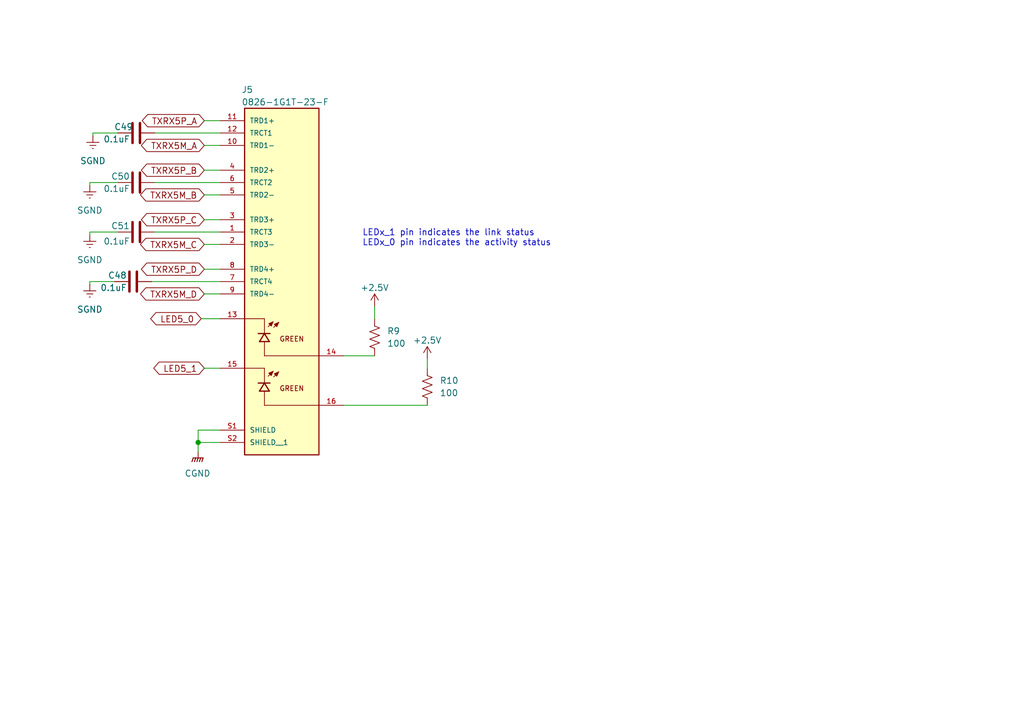
<source format=kicad_sch>
(kicad_sch (version 20250114) (generator "eeschema") (generator_version "9.0")
  (paper "A5")
  (lib_symbols
    (symbol "Device:C" (pin_numbers (hide yes)) (pin_names (offset 0.254))
      (property "Reference" "C" (at 0.635 2.54 0))
      (property "Value" "C" (at 0.635 -2.54 0))
      (symbol "C_0_1"
        (polyline (pts (xy -2.032 0.762) (xy 2.032 0.762)) (stroke (width 0.508)))
        (polyline (pts (xy -2.032 -0.762) (xy 2.032 -0.762)) (stroke (width 0.508)))
      )
      (symbol "C_1_1"
        (pin passive line (at 0 3.81 270) (length 2.794) (name "~") (number "1"))
        (pin passive line (at 0 -3.81 90) (length 2.794) (name "~") (number "2"))
      )
    )
    (symbol "Device:R_US" (pin_numbers (hide yes)) (pin_names (offset 0))
      (property "Reference" "R" (at 2.54 0 90))
      (property "Value" "R_US" (at -2.54 0 90))
      (symbol "R_US_0_1"
        (polyline (pts (xy 0 2.286) (xy 0 2.54)))
        (polyline (pts (xy 0 2.286) (xy 1.016 1.905) (xy 0 1.524) (xy -1.016 1.143) (xy 0 0.762)))
        (polyline (pts (xy 0 0.762) (xy 1.016 0.381) (xy 0 0) (xy -1.016 -0.381) (xy 0 -0.762)))
        (polyline (pts (xy 0 -0.762) (xy 1.016 -1.143) (xy 0 -1.524) (xy -1.016 -1.905) (xy 0 -2.286)))
        (polyline (pts (xy 0 -2.286) (xy 0 -2.54)))
      )
      (symbol "R_US_1_1"
        (pin passive line (at 0 3.81 270) (length 1.27) (name "~") (number "1"))
        (pin passive line (at 0 -3.81 90) (length 1.27) (name "~") (number "2"))
      )
    )
    (symbol "SCALES:0826-1G1T-23-F" (pin_names (offset 1.016))
      (property "Reference" "J" (at -7.62 34.29 0))
      (property "Value" "0826-1G1T-23-F" (at -7.62 -39.37 0))
      (symbol "0826-1G1T-23-F_0_0"
        (rectangle (start -7.62 33.02) (end 7.62 -38.1) (stroke (width 0.254)) (fill (type background)))
        (polyline (pts (xy -3.556 -10.16) (xy -7.62 -10.16)) (stroke (width 0.1524)))
        (polyline (pts (xy -3.556 -13.081) (xy -3.556 -10.16)) (stroke (width 0.1524)))
        (polyline (pts (xy -3.556 -13.208) (xy -4.826 -13.208)) (stroke (width 0.254)))
        (polyline (pts (xy -3.556 -13.208) (xy -4.572 -14.859)) (stroke (width 0.254)))
        (polyline (pts (xy -3.556 -17.78) (xy -3.556 -14.986)) (stroke (width 0.1524)))
        (polyline (pts (xy -3.556 -17.78) (xy 7.62 -17.78)) (stroke (width 0.1524)))
        (polyline (pts (xy -3.556 -20.32) (xy -7.62 -20.32)) (stroke (width 0.1524)))
        (polyline (pts (xy -3.556 -23.241) (xy -3.556 -20.32)) (stroke (width 0.1524)))
        (polyline (pts (xy -3.556 -23.368) (xy -4.826 -23.368)) (stroke (width 0.254)))
        (polyline (pts (xy -3.556 -23.368) (xy -4.572 -25.019)) (stroke (width 0.254)))
        (polyline (pts (xy -3.556 -27.94) (xy -3.556 -25.146)) (stroke (width 0.1524)))
        (polyline (pts (xy -3.556 -27.94) (xy 7.62 -27.94)) (stroke (width 0.1524)))
        (polyline (pts (xy -2.794 -11.811) (xy -1.778 -10.795)) (stroke (width 0.1524)))
        (polyline (pts (xy -2.794 -21.971) (xy -1.778 -20.955)) (stroke (width 0.1524)))
        (polyline (pts (xy -2.54 -14.859) (xy -4.572 -14.859)) (stroke (width 0.254)))
        (polyline (pts (xy -2.54 -14.859) (xy -3.556 -13.208)) (stroke (width 0.254)))
        (polyline (pts (xy -2.54 -25.019) (xy -4.572 -25.019)) (stroke (width 0.254)))
        (polyline (pts (xy -2.54 -25.019) (xy -3.556 -23.368)) (stroke (width 0.254)))
        (polyline (pts (xy -2.413 -13.208) (xy -3.556 -13.208)) (stroke (width 0.254)))
        (polyline (pts (xy -2.413 -23.368) (xy -3.556 -23.368)) (stroke (width 0.254)))
        (polyline (pts (xy -1.778 -10.795) (xy -2.667 -11.176) (xy -2.159 -11.684) (xy -1.778 -10.795)) (stroke (width 0.1524)) (fill (type outline)))
        (polyline (pts (xy -1.778 -20.955) (xy -2.667 -21.336) (xy -2.159 -21.844) (xy -1.778 -20.955)) (stroke (width 0.1524)) (fill (type outline)))
        (polyline (pts (xy -1.651 -11.938) (xy -0.635 -10.922)) (stroke (width 0.1524)))
        (polyline (pts (xy -1.651 -22.098) (xy -0.635 -21.082)) (stroke (width 0.1524)))
        (polyline (pts (xy -0.635 -10.922) (xy -1.524 -11.303) (xy -1.016 -11.811) (xy -0.635 -10.922)) (stroke (width 0.1524)) (fill (type outline)))
        (polyline (pts (xy -0.635 -21.082) (xy -1.524 -21.463) (xy -1.016 -21.971) (xy -0.635 -21.082)) (stroke (width 0.1524)) (fill (type outline)))
        (text "GREEN" (at -0.508 -13.716 0) (effects (font (size 1.016 1.016)) (justify left top)))
        (text "GREEN" (at -0.508 -23.876 0) (effects (font (size 1.016 1.016)) (justify left top)))
        (pin passive line (at -12.7 30.48 0) (length 5.08) (name "TRD1+") (number "11"))
        (pin passive line (at -12.7 27.94 0) (length 5.08) (name "TRCT1") (number "12"))
        (pin passive line (at -12.7 25.4 0) (length 5.08) (name "TRD1-") (number "10"))
        (pin passive line (at -12.7 20.32 0) (length 5.08) (name "TRD2+") (number "4"))
        (pin passive line (at -12.7 17.78 0) (length 5.08) (name "TRCT2") (number "6"))
        (pin passive line (at -12.7 15.24 0) (length 5.08) (name "TRD2-") (number "5"))
        (pin passive line (at -12.7 10.16 0) (length 5.08) (name "TRD3+") (number "3"))
        (pin passive line (at -12.7 7.62 0) (length 5.08) (name "TRCT3") (number "1"))
        (pin passive line (at -12.7 5.08 0) (length 5.08) (name "TRD3-") (number "2"))
        (pin passive line (at -12.7 0 0) (length 5.08) (name "TRD4+") (number "8"))
        (pin passive line (at -12.7 -2.54 0) (length 5.08) (name "TRCT4") (number "7"))
        (pin passive line (at -12.7 -5.08 0) (length 5.08) (name "TRD4-") (number "9"))
        (pin passive line (at -12.7 -10.16 0) (length 5.08) (name "~") (number "13"))
        (pin passive line (at -12.7 -20.32 0) (length 5.08) (name "~") (number "15"))
        (pin passive line (at -12.7 -33.02 0) (length 5.08) (name "SHIELD") (number "S1"))
        (pin passive line (at -12.7 -35.56 0) (length 5.08) (name "SHIELD__1") (number "S2"))
        (pin passive line (at 12.7 -17.78 180) (length 5.08) (name "~") (number "14"))
        (pin passive line (at 12.7 -27.94 180) (length 5.08) (name "~") (number "16"))
      )
    )
    (symbol "power:+2V5" (power) (pin_numbers (hide yes)) (pin_names (offset 0) (hide yes))
      (property "Value" "+2V5" (at 0 3.556 0))
      (symbol "+2V5_0_1"
        (polyline (pts (xy -0.762 1.27) (xy 0 2.54)))
        (polyline (pts (xy 0 2.54) (xy 0.762 1.27)))
        (polyline (pts (xy 0 0) (xy 0 2.54)))
      )
      (symbol "+2V5_1_1"
        (pin power_in line (at 0 0 90) (length 0) (name "~") (number "1"))
      )
    )
    (symbol "power:GNDPWR" (power) (pin_numbers (hide yes)) (pin_names (offset 0) (hide yes))
      (property "Value" "GNDPWR" (at 0 -3.302 0))
      (symbol "GNDPWR_0_1"
        (polyline (pts (xy -1.016 -1.27) (xy -1.27 -2.032) (xy -1.27 -2.032)) (stroke (width 0.2032)))
        (polyline (pts (xy -0.508 -1.27) (xy -0.762 -2.032) (xy -0.762 -2.032)) (stroke (width 0.2032)))
        (polyline (pts (xy 0 -1.27) (xy 0 0)))
        (polyline (pts (xy 0 -1.27) (xy -0.254 -2.032) (xy -0.254 -2.032)) (stroke (width 0.2032)))
        (polyline (pts (xy 0.508 -1.27) (xy 0.254 -2.032) (xy 0.254 -2.032)) (stroke (width 0.2032)))
        (polyline (pts (xy 1.016 -1.27) (xy -1.016 -1.27) (xy -1.016 -1.27)) (stroke (width 0.2032)))
        (polyline (pts (xy 1.016 -1.27) (xy 0.762 -2.032) (xy 0.762 -2.032) (xy 0.762 -2.032)) (stroke (width 0.2032)))
      )
      (symbol "GNDPWR_1_1"
        (pin power_in line (at 0 0 270) (length 0) (name "~") (number "1"))
      )
    )
    (symbol "power:GNDREF" (power) (pin_numbers (hide yes)) (pin_names (offset 0) (hide yes))
      (property "Value" "GNDREF" (at 0 -3.81 0))
      (symbol "GNDREF_0_1"
        (polyline (pts (xy -0.635 -1.905) (xy 0.635 -1.905)))
        (polyline (pts (xy -0.127 -2.54) (xy 0.127 -2.54)))
        (polyline (pts (xy 0 -1.27) (xy 0 0)))
        (polyline (pts (xy 1.27 -1.27) (xy -1.27 -1.27)))
      )
      (symbol "GNDREF_1_1"
        (pin power_in line (at 0 0 270) (length 0) (name "~") (number "1"))
      )
    )
  )
  (text "LEDx_1 pin indicates the link status\nLEDx_0 pin indicates the activity status" (at 74.295 48.895 0) (effects (font (size 1.27 1.27)) (justify left)))
  (junction (at 40.64 90.805))
  (wire (pts (xy 70.485 83.185) (xy 87.63 83.185)))
  (wire (pts (xy 41.91 29.845) (xy 45.085 29.845)))
  (wire (pts (xy 70.485 73.025) (xy 76.835 73.025)))
  (wire (pts (xy 31.115 57.785) (xy 45.085 57.785)))
  (wire (pts (xy 41.91 75.565) (xy 45.085 75.565)))
  (wire (pts (xy 18.415 58.42) (xy 18.415 57.785)))
  (wire (pts (xy 41.91 34.925) (xy 45.085 34.925)))
  (wire (pts (xy 40.64 90.805) (xy 40.64 92.71)))
  (wire (pts (xy 41.91 55.245) (xy 45.085 55.245)))
  (wire (pts (xy 41.91 40.005) (xy 45.085 40.005)))
  (wire (pts (xy 31.75 47.625) (xy 45.085 47.625)))
  (wire (pts (xy 18.415 47.625) (xy 18.415 48.26)))
  (wire (pts (xy 24.13 47.625) (xy 18.415 47.625)))
  (wire (pts (xy 41.275 65.405) (xy 45.085 65.405)))
  (wire (pts (xy 45.085 88.265) (xy 40.64 88.265)))
  (wire (pts (xy 41.91 60.325) (xy 45.085 60.325)))
  (wire (pts (xy 41.91 24.765) (xy 45.085 24.765)))
  (wire (pts (xy 18.415 38.1) (xy 18.415 37.465)))
  (wire (pts (xy 18.415 37.465) (xy 24.13 37.465)))
  (wire (pts (xy 31.75 27.305) (xy 45.085 27.305)))
  (wire (pts (xy 41.91 45.085) (xy 45.085 45.085)))
  (wire (pts (xy 76.835 62.865) (xy 76.835 65.405)))
  (wire (pts (xy 19.05 27.305) (xy 24.13 27.305)))
  (wire (pts (xy 41.91 50.165) (xy 45.085 50.165)))
  (wire (pts (xy 18.415 57.785) (xy 23.495 57.785)))
  (wire (pts (xy 40.64 88.265) (xy 40.64 90.805)))
  (wire (pts (xy 31.75 37.465) (xy 45.085 37.465)))
  (wire (pts (xy 87.63 73.66) (xy 87.63 75.565)))
  (wire (pts (xy 19.05 27.94) (xy 19.05 27.305)))
  (wire (pts (xy 40.64 90.805) (xy 45.085 90.805)))
  (global_label "TXRX5M_C" (shape bidirectional) (at 41.91 50.165 180) (property "Intersheetrefs" "${INTERSHEET_REFS}" (effects (hide yes))))
  (global_label "TXRX5P_C" (shape bidirectional) (at 41.91 45.085 180) (property "Intersheetrefs" "${INTERSHEET_REFS}" (effects (hide yes))))
  (global_label "TXRX5P_A" (shape bidirectional) (at 41.91 24.765 180) (property "Intersheetrefs" "${INTERSHEET_REFS}" (effects (hide yes))))
  (global_label "LED5_1" (shape bidirectional) (at 41.91 75.565 180) (property "Intersheetrefs" "${INTERSHEET_REFS}" (effects (hide yes))))
  (global_label "TXRX5M_B" (shape bidirectional) (at 41.91 40.005 180) (property "Intersheetrefs" "${INTERSHEET_REFS}" (effects (hide yes))))
  (global_label "TXRX5P_B" (shape bidirectional) (at 41.91 34.925 180) (property "Intersheetrefs" "${INTERSHEET_REFS}" (effects (hide yes))))
  (global_label "TXRX5P_D" (shape bidirectional) (at 41.91 55.245 180) (property "Intersheetrefs" "${INTERSHEET_REFS}" (effects (hide yes))))
  (global_label "TXRX5M_A" (shape bidirectional) (at 41.91 29.845 180) (property "Intersheetrefs" "${INTERSHEET_REFS}" (effects (hide yes))))
  (global_label "LED5_0" (shape bidirectional) (at 41.275 65.405 180) (property "Intersheetrefs" "${INTERSHEET_REFS}" (effects (hide yes))))
  (global_label "TXRX5M_D" (shape bidirectional) (at 41.91 60.325 180) (property "Intersheetrefs" "${INTERSHEET_REFS}" (effects (hide yes))))
  (symbol (lib_id "power:+2V5") (at 76.835 62.865 0) (unit 1)
    (property "Reference" "#PWR043" (effects (hide yes)))
    (property "Value" "+2.5V" (at 76.835 59.055 0))
    (property "Description" "Power symbol creates a global label with name \"+2V5\"" (effects (hide yes)))
  )
  (symbol (lib_id "Device:C") (at 27.94 47.625 90) (unit 1)
    (property "Reference" "C51" (at 26.67 46.355 90) (effects (justify left)))
    (property "Value" "0.1uF" (at 26.67 49.53 90) (effects (justify left)))
    (property "Footprint" "Capacitor_SMD:C_0603_1608Metric" (effects (hide yes)))
    (property "Description" "Unpolarized capacitor" (effects (hide yes)))
  )
  (symbol (lib_id "power:GNDREF") (at 18.415 38.1 0) (unit 1)
    (property "Reference" "#PWR038" (effects (hide yes)))
    (property "Value" "SGND" (at 18.415 43.18 0))
    (property "Description" "Power symbol creates a global label with name \"GNDREF\" , reference supply ground" (effects (hide yes)))
  )
  (symbol (lib_id "power:GNDREF") (at 19.05 27.94 0) (unit 1)
    (property "Reference" "#PWR041" (effects (hide yes)))
    (property "Value" "SGND" (at 19.05 33.02 0))
    (property "Description" "Power symbol creates a global label with name \"GNDREF\" , reference supply ground" (effects (hide yes)))
  )
  (symbol (lib_id "Device:C") (at 27.94 27.305 90) (unit 1)
    (property "Reference" "C49" (at 27.305 26.035 90) (effects (justify left)))
    (property "Value" "0.1uF" (at 26.67 28.575 90) (effects (justify left)))
    (property "Footprint" "Capacitor_SMD:C_0603_1608Metric" (effects (hide yes)))
    (property "Description" "Unpolarized capacitor" (effects (hide yes)))
  )
  (symbol (lib_id "power:GNDREF") (at 18.415 48.26 0) (unit 1)
    (property "Reference" "#PWR039" (effects (hide yes)))
    (property "Value" "SGND" (at 18.415 53.34 0))
    (property "Description" "Power symbol creates a global label with name \"GNDREF\" , reference supply ground" (effects (hide yes)))
  )
  (symbol (lib_id "Device:R_US") (at 76.835 69.215 180) (unit 1)
    (property "Reference" "R9" (at 79.375 67.9449 0) (effects (justify right)))
    (property "Value" "100" (at 79.375 70.4849 0) (effects (justify right)))
    (property "Description" "Resistor, US symbol" (effects (hide yes)))
  )
  (symbol (lib_id "power:GNDPWR") (at 40.64 92.71 0) (unit 1)
    (property "Reference" "#PWR042" (effects (hide yes)))
    (property "Value" "CGND" (at 40.513 97.155 0))
    (property "Description" "Power symbol creates a global label with name \"CGND\" , CHASSIS GND" (effects (hide yes)))
  )
  (symbol (lib_id "Device:C") (at 27.94 37.465 90) (unit 1)
    (property "Reference" "C50" (at 26.67 36.195 90) (effects (justify left)))
    (property "Value" "0.1uF" (at 26.67 38.735 90) (effects (justify left)))
    (property "Footprint" "Capacitor_SMD:C_0603_1608Metric" (effects (hide yes)))
    (property "Description" "Unpolarized capacitor" (effects (hide yes)))
  )
  (symbol (lib_id "SCALES:0826-1G1T-23-F") (at 57.785 55.245 0) (unit 1)
    (property "Reference" "J5" (at 49.53 18.415 0) (effects (justify left)))
    (property "Value" "0826-1G1T-23-F" (at 49.53 20.955 0) (effects (justify left)))
    (property "Footprint" "SCALES:BEL_0826-1G1T-23-F" (effects (hide yes)))
    (property "Datasheet" "https://jlcpcb.com/partdetail/BelFuse-0826_1G1T_23F/C5467573" (effects (hide yes)))
    (property "Description" "MagJack 1000BASE-T | 1X1 | G/G | Tab Up | RoHS" (effects (hide yes)))
    (property "MF" "Bel Magnetic Solutions" (effects (hide yes)))
    (property "PACKAGE" "None" (effects (hide yes)))
    (property "PRICE" "None" (effects (hide yes)))
    (property "MP" "0826-1G1T-23-F" (effects (hide yes)))
    (property "AVAILABILITY" "Unavailable" (effects (hide yes)))
  )
  (symbol (lib_id "Device:C") (at 27.305 57.785 90) (unit 1)
    (property "Reference" "C48" (at 26.035 56.515 90) (effects (justify left)))
    (property "Value" "0.1uF" (at 26.035 59.055 90) (effects (justify left)))
    (property "Footprint" "Capacitor_SMD:C_0603_1608Metric" (effects (hide yes)))
    (property "Description" "Unpolarized capacitor" (effects (hide yes)))
  )
  (symbol (lib_id "power:+2V5") (at 87.63 73.66 0) (unit 1)
    (property "Reference" "#PWR044" (effects (hide yes)))
    (property "Value" "+2.5V" (at 87.63 69.85 0))
    (property "Description" "Power symbol creates a global label with name \"+2V5\"" (effects (hide yes)))
  )
  (symbol (lib_id "power:GNDREF") (at 18.415 58.42 0) (unit 1)
    (property "Reference" "#PWR040" (effects (hide yes)))
    (property "Value" "SGND" (at 18.415 63.5 0))
    (property "Description" "Power symbol creates a global label with name \"GNDREF\" , reference supply ground" (effects (hide yes)))
  )
  (symbol (lib_id "Device:R_US") (at 87.63 79.375 180) (unit 1)
    (property "Reference" "R10" (at 90.17 78.1049 0) (effects (justify right)))
    (property "Value" "100" (at 90.17 80.6449 0) (effects (justify right)))
    (property "Description" "Resistor, US symbol" (effects (hide yes)))
  )
)
</source>
